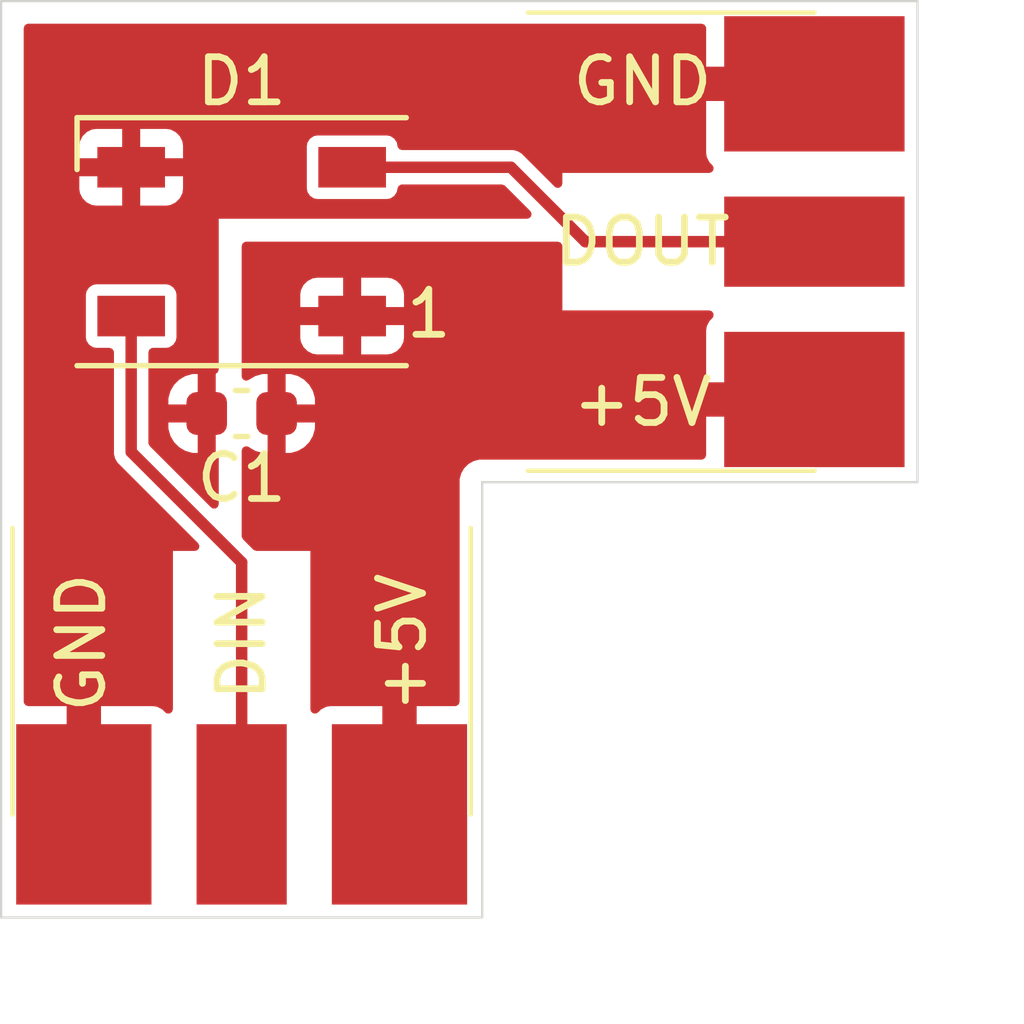
<source format=kicad_pcb>
(kicad_pcb (version 20240108) (generator "pcbnew") (generator_version "8.0")
  (layers (0 "F.Cu" signal) (31 "B.Cu" signal) (34 "B.Paste" user) (35 "F.Paste" user) (36 "B.SilkS" user "B.Silkscreen") (37 "F.SilkS" user "F.Silkscreen") (38 "B.Mask" user) (39 "F.Mask" user) (44 "Edge.Cuts" user))
  (net 0 "")
  (net 1 "Net-(D1-DIN)")
  (net 2 "Net-(D1-DOUT)")
  (net 3 "GND")
  (net 4 "+5V")
  (footprint "WS2812B_Strip:strip_end" (layer "F.Cu") (at 165.1 76.2)
    (property "Reference" "J2" (hide yes))
    (property "Value" "Conn_01x03")
    (fp_line (start 0 -5.08) (end -6.35 -5.08) (stroke (width 0.1)) (layer "F.SilkS"))
    (fp_line (start 0 5.08) (end -6.35 5.08) (stroke (width 0.1)) (layer "F.SilkS"))
    (fp_text user "GND" (at -3.81 -3.556 0) (layer "F.SilkS"))
    (fp_text user "+5V" (at -3.81 3.556 0) (layer "F.SilkS"))
    (fp_text user "DOUT" (at -3.81 0 0) (layer "F.SilkS"))
    (pad "1" smd rect (at 0 -3.5) (size 4 3) (layers "F.Cu" "F.Paste" "F.Mask") (net 3 "GND"))
    (pad "2" smd rect (at 0 0) (size 4 2) (layers "F.Cu" "F.Paste" "F.Mask") (net 2 "Net-(D1-DOUT)"))
    (pad "3" smd rect (at 0 3.5) (size 4 3) (layers "F.Cu" "F.Paste" "F.Mask") (net 4 "+5V"))
  )
  (footprint "Capacitor_SMD:C_0603_1608Metric" (layer "F.Cu") (at 152.4 80.01 180)
    (property "Reference" "C1" (at 0 -1.43 0) (layer "F.SilkS"))
    (property "Value" "1u")
    (fp_line (start -0.14058 0.51) (end 0.14058 0.51) (stroke (width 0.12)) (layer "F.SilkS"))
    (fp_line (start -0.14058 -0.51) (end 0.14058 -0.51) (stroke (width 0.12)) (layer "F.SilkS"))
    (pad "1" smd roundrect (at -0.775 0 180) (size 0.9 0.95) (layers "F.Cu" "F.Paste" "F.Mask") (net 4 "+5V"))
    (pad "2" smd roundrect (at 0.775 0 180) (size 0.9 0.95) (layers "F.Cu" "F.Paste" "F.Mask") (net 3 "GND"))
  )
  (footprint "WS2812B_Strip:strip_begin" (layer "F.Cu") (at 152.4 88.9 90)
    (property "Reference" "J1" (hide yes))
    (property "Value" "Conn_01x03")
    (fp_line (start 0 -5.08) (end 6.35 -5.08) (stroke (width 0.1)) (layer "F.SilkS"))
    (fp_line (start 0 5.08) (end 6.35 5.08) (stroke (width 0.1)) (layer "F.SilkS"))
    (fp_text user "+5V" (at 3.81 3.556 90) (layer "F.SilkS"))
    (fp_text user "GND" (at 3.81 -3.556 90) (layer "F.SilkS"))
    (fp_text user "DIN" (at 3.81 0 90) (layer "F.SilkS"))
    (pad "1" smd rect (at 0 -3.5 90) (size 4 3) (layers "F.Cu" "F.Paste" "F.Mask") (net 3 "GND"))
    (pad "2" smd rect (at 0 0 90) (size 4 2) (layers "F.Cu" "F.Paste" "F.Mask") (net 1 "Net-(D1-DIN)"))
    (pad "3" smd rect (at 0 3.5 90) (size 4 3) (layers "F.Cu" "F.Paste" "F.Mask") (net 4 "+5V"))
  )
  (footprint "LED_SMD:LED_WS2812B_PLCC4_5.0x5.0mm_P3.2mm" (layer "F.Cu") (at 152.4 76.2 180)
    (property "Reference" "D1" (at 0 3.556 0) (layer "F.SilkS"))
    (property "Value" "WS2812B")
    (fp_line (start 3.65 2.75) (end 3.65 1.6) (stroke (width 0.12)) (layer "F.SilkS"))
    (fp_line (start -3.65 2.75) (end 3.65 2.75) (stroke (width 0.12)) (layer "F.SilkS"))
    (fp_line (start -3.65 -2.75) (end 3.65 -2.75) (stroke (width 0.12)) (layer "F.SilkS"))
    (fp_text user "1" (at -4.15 -1.6 0) (layer "F.SilkS"))
    (pad "1" smd rect (at -2.45 -1.65 180) (size 1.5 0.9) (layers "F.Cu" "F.Paste" "F.Mask") (net 4 "+5V"))
    (pad "2" smd rect (at -2.45 1.65 180) (size 1.5 0.9) (layers "F.Cu" "F.Paste" "F.Mask") (net 2 "Net-(D1-DOUT)"))
    (pad "3" smd rect (at 2.45 1.65 180) (size 1.5 0.9) (layers "F.Cu" "F.Paste" "F.Mask") (net 3 "GND"))
    (pad "4" smd rect (at 2.45 -1.65 180) (size 1.5 0.9) (layers "F.Cu" "F.Paste" "F.Mask") (net 1 "Net-(D1-DIN)"))
  )
  (gr_line (start 167.386 81.534) (end 157.734 81.534) (stroke (width 0.05)) (layer "Edge.Cuts"))
  (gr_line (start 147.066 91.186) (end 147.066 70.866) (stroke (width 0.05)) (layer "Edge.Cuts"))
  (gr_line (start 147.066 70.866) (end 167.386 70.866) (stroke (width 0.05)) (layer "Edge.Cuts"))
  (gr_line (start 157.734 91.186) (end 147.066 91.186) (stroke (width 0.05)) (layer "Edge.Cuts"))
  (gr_line (start 167.386 70.866) (end 167.386 81.534) (stroke (width 0.05)) (layer "Edge.Cuts"))
  (gr_line (start 157.734 81.534) (end 157.734 91.186) (stroke (width 0.05)) (layer "Edge.Cuts"))
  (segment (start 149.95 80.862) (end 149.95 77.85) (width 0.254) (layer "F.Cu") (net 1))
  (segment (start 152.4 83.312) (end 149.95 80.862) (width 0.254) (layer "F.Cu") (net 1))
  (segment (start 152.4 88.9) (end 152.4 83.312) (width 0.254) (layer "F.Cu") (net 1))
  (segment (start 160.02 76.2) (end 158.37 74.55) (width 0.254) (layer "F.Cu") (net 2))
  (segment (start 158.37 74.55) (end 154.85 74.55) (width 0.254) (layer "F.Cu") (net 2))
  (segment (start 165.1 76.2) (end 160.02 76.2) (width 0.254) (layer "F.Cu") (net 2))
  (segment (start 148.336 84.328) (end 148.9 84.892) (width 0.762) (layer "F.Cu") (net 3))
  (segment (start 148.788 72.7) (end 148.336 73.152) (width 0.762) (layer "F.Cu") (net 3))
  (segment (start 165.1 72.7) (end 148.788 72.7) (width 0.762) (layer "F.Cu") (net 3))
  (segment (start 148.336 73.152) (end 148.336 84.328) (width 0.762) (layer "F.Cu") (net 3))
  (segment (start 148.9 84.892) (end 148.9 88.9) (width 0.762) (layer "F.Cu") (net 3))
  (segment (start 156.774 79.7) (end 155.9 80.574) (width 0.762) (layer "F.Cu") (net 4))
  (segment (start 155.9 80.574) (end 155.9 88.9) (width 0.762) (layer "F.Cu") (net 4))
  (segment (start 165.1 79.7) (end 156.774 79.7) (width 0.762) (layer "F.Cu") (net 4))
  (zone (net 4) (net_name "+5V") (layer "F.Cu") (connect_pads (clearance 0.254)) (min_thickness 0.2032) (fill yes (thermal_gap 0.4) (thermal_bridge_width 0.4))
    (polygon (pts (xy 157.734 91.186) (xy 153.924 91.186) (xy 153.924 83.058) (xy 152.4 83.058) (xy 152.4 76.2) (xy 159.512 76.2) (xy 159.512 77.724) (xy 167.386 77.724) (xy 167.386 81.534) (xy 157.734 81.534)))
  )
  (zone (net 3) (net_name "GND") (layer "F.Cu") (priority 1) (connect_pads (clearance 0.254)) (min_thickness 0.2032) (fill yes (thermal_gap 0.4) (thermal_bridge_width 0.4))
    (polygon (pts (xy 150.876 91.186) (xy 150.876 83.058) (xy 151.892 83.058) (xy 151.892 75.692) (xy 159.512 75.692) (xy 159.512 74.676) (xy 167.386 74.676) (xy 167.386 70.866) (xy 147.066 70.866) (xy 147.066 91.186)))
  )
)
</source>
